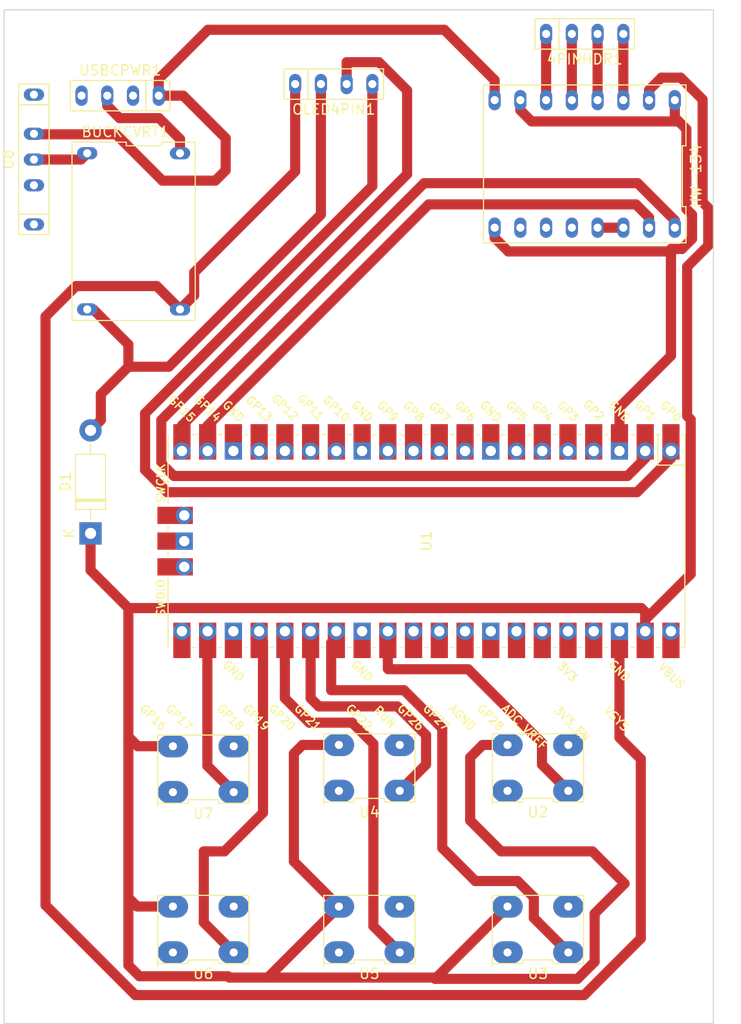
<source format=kicad_pcb>
(kicad_pcb (version 20221018) (generator pcbnew)
  (layers (0 "F.Cu" signal) (31 "B.Cu" signal) (34 "B.Paste" user) (35 "F.Paste" user) (36 "B.SilkS" user "B.Silkscreen") (37 "F.SilkS" user "F.Silkscreen") (38 "B.Mask" user) (39 "F.Mask" user) (44 "Edge.Cuts" user))
  (net 0 "")
  (net 1 "Net-(HW-134-1B)")
  (net 2 "Net-(HW-134-1A)")
  (net 3 "Net-(HW-134-2A)")
  (net 4 "Net-(HW-134-2B)")
  (net 5 "Net-(BUCKCVRT1-VIN)")
  (net 6 "Net-(HW-134-DIRECTION)")
  (net 7 "Net-(BUCKCVRT1-VOUT)")
  (net 9 "Net-(HW-134-STEP)")
  (net 10 "Net-(HW-134-RESET)")
  (net 13 "Net-(OLED4PIN1-SCK)")
  (net 14 "Net-(OLED4PIN1-SDA)")
  (net 17 "Net-(HW-134-ENABLE)")
  (net 34 "Net-(U1-GPIO22)")
  (net 36 "Net-(U1-GPIO21)")
  (net 37 "Net-(U1-GPIO20)")
  (net 38 "Net-(U1-GPIO19)")
  (net 39 "Net-(U1-GPIO18)")
  (net 41 "Net-(U1-GPIO17)")
  (net 54 "Net-(BUCKCVRT1-GND-Pad4)")
  (net 68 "Net-(HW-134-VMOT)")
  (footprint "Diode_THT:D_DO-41_SOD81_P10.16mm_Horizontal" (layer "F.Cu") (at 57.023 91.44 90)
    (fp_text reference "D1" (at 5.08 -2.47 90) (layer "F.SilkS"))
    (fp_text value "1N5817")
    (fp_text user "K" (at 0 -2.1 90) (layer "F.SilkS"))
    (pad "1" thru_hole rect (at 0 0 90) (size 2.2 2.2) (drill 1.1) (layers "*.Cu" "*.Mask") (net 7 "Net-(BUCKCVRT1-VOUT)"))
    (pad "2" thru_hole oval (at 10.16 0 90) (size 2.2 2.2) (drill 1.1) (layers "*.Cu" "*.Mask") (net 7 "Net-(BUCKCVRT1-VOUT)"))
  )
  (footprint "Footprints:BUCKCONVERTER" (layer "F.Cu") (at 60.452 61.341 -90)
    (fp_text reference "BUCKCVRT1" (at -9.5 0) (layer "F.SilkS"))
    (fp_text value "~")
    (pad "1" thru_hole oval (at -7.4 3.76 270) (size 1.2 2) (drill 0.8) (layers "*.Cu" "*.Mask") (net 5 "Net-(BUCKCVRT1-VIN)"))
    (pad "2" thru_hole oval (at 8 3.76 270) (size 1.2 2) (drill 0.8) (layers "*.Cu" "*.Mask") (net 7 "Net-(BUCKCVRT1-VOUT)"))
    (pad "3" thru_hole oval (at 8 -5.4 270) (size 1.2 2) (drill 0.8) (layers "*.Cu" "*.Mask") (net 17 "Net-(HW-134-ENABLE)"))
    (pad "4" thru_hole oval (at -7.4 -5.4 270) (size 1.2 2) (drill 0.8) (layers "*.Cu" "*.Mask") (net 54 "Net-(BUCKCVRT1-GND-Pad4)"))
  )
  (footprint "Footprints:OLED 4 Pin" (layer "F.Cu") (at 81.026 47.117)
    (fp_text reference "OLED4PIN1" (at 0 2.5) (layer "F.SilkS"))
    (fp_text value "~")
    (pad "1" thru_hole oval (at -3.81 0) (size 1.2 2) (drill 0.8) (layers "*.Cu" "*.Mask") (net 17 "Net-(HW-134-ENABLE)"))
    (pad "2" thru_hole oval (at -1.27 0) (size 1.2 2) (drill 0.8) (layers "*.Cu" "*.Mask") (net 7 "Net-(BUCKCVRT1-VOUT)"))
    (pad "3" thru_hole oval (at 1.27 0) (size 1.2 2) (drill 0.8) (layers "*.Cu" "*.Mask") (net 13 "Net-(OLED4PIN1-SCK)"))
    (pad "4" thru_hole oval (at 3.81 0) (size 1.2 2) (drill 0.8) (layers "*.Cu" "*.Mask") (net 14 "Net-(OLED4PIN1-SDA)"))
  )
  (footprint "Footprints:USBC" (layer "F.Cu") (at 59.944 48.26 180)
    (fp_text reference "USBCPWR1" (at 0 2.5) (layer "F.SilkS"))
    (fp_text value "~")
    (pad "1" thru_hole oval (at -3.81 0 180) (size 1.2 2) (drill 0.8) (layers "*.Cu" "*.Mask") (net 68 "Net-(HW-134-VMOT)"))
    (pad "2" thru_hole oval (at -1.27 0 180) (size 1.2 2) (drill 0.8) (layers "*.Cu" "*.Mask"))
    (pad "3" thru_hole oval (at 1.27 0 180) (size 1.2 2) (drill 0.8) (layers "*.Cu" "*.Mask") (net 54 "Net-(BUCKCVRT1-GND-Pad4)"))
    (pad "4" thru_hole oval (at 3.81 0 180) (size 1.2 2) (drill 0.8) (layers "*.Cu" "*.Mask"))
  )
  (footprint "Footprints:6x6x5 BTN TH" (layer "F.Cu") (at 84.534 130.8295 90)
    (fp_text reference "U5" (at -4.05 0) (layer "F.SilkS"))
    (fp_text value "~")
    (pad "1" thru_hole oval (at -1.95 3 90) (size 2.2 3) (drill 0.8) (layers "*.Cu" "*.Mask") (net 38 "Net-(U1-GPIO19)"))
    (pad "2" thru_hole oval (at 2.583 3 90) (size 2.2 3) (drill 0.8) (layers "*.Cu" "*.Mask"))
    (pad "3" thru_hole oval (at 2.583 -3 90) (size 2.2 3) (drill 0.8) (layers "*.Cu" "*.Mask") (net 7 "Net-(BUCKCVRT1-VOUT)"))
    (pad "4" thru_hole oval (at -1.95 -3 90) (size 2.2 3) (drill 0.8) (layers "*.Cu" "*.Mask"))
  )
  (footprint "Footprints:6x6x5 BTN TH" (layer "F.Cu") (at 84.534 114.89 90)
    (fp_text reference "U4" (at -4.05 0) (layer "F.SilkS"))
    (fp_text value "~")
    (pad "1" thru_hole oval (at -1.95 3 90) (size 2.2 3) (drill 0.8) (layers "*.Cu" "*.Mask") (net 37 "Net-(U1-GPIO20)") (clearance 0.1))
    (pad "2" thru_hole oval (at 2.583 3 90) (size 2.2 3) (drill 0.8) (layers "*.Cu" "*.Mask") (clearance 0.5))
    (pad "3" thru_hole oval (at 2.583 -3 90) (size 2.2 3) (drill 0.8) (layers "*.Cu" "*.Mask") (net 7 "Net-(BUCKCVRT1-VOUT)"))
    (pad "4" thru_hole oval (at -1.95 -3 90) (size 2.2 3) (drill 0.8) (layers "*.Cu" "*.Mask"))
  )
  (footprint "MCU_RaspberryPi_and_Boards:RPi_Pico_SMD_TH" (layer "F.Cu") (at 90.17 92.202 -90)
    (fp_text reference "U1" (at 0 0 90) (layer "F.SilkS"))
    (fp_text value "Pico")
    (fp_text user "AGND" (at 17.3915 -3.517 135) (layer "F.SilkS") (effects (font (size 0.8 0.8))))
    (fp_text user "RUN" (at 17.3375 4.103 135) (layer "F.SilkS") (effects (font (size 0.8 0.8))))
    (fp_text user "GP7" (at -12.7 -1.3 135) (layer "F.SilkS") (effects (font (size 0.8 0.8))))
    (fp_text user "GP11" (at -13.2 11.43 135) (layer "F.SilkS") (effects (font (size 0.8 0.8))))
    (fp_text user "3V3_EN" (at 18.0375 -14.367 135) (layer "F.SilkS") (effects (font (size 0.8 0.8))))
    (fp_text user "GP17" (at 17.3915 24.423 135) (layer "F.SilkS") (effects (font (size 0.8 0.8))))
    (fp_text user "GP18" (at 17.3915 19.343 135) (layer "F.SilkS") (effects (font (size 0.8 0.8))))
    (fp_text user "GP21" (at 17.3915 11.733 135) (layer "F.SilkS") (effects (font (size 0.8 0.8))))
    (fp_text user "GP1" (at -12.9 -21.6 135) (layer "F.SilkS") (effects (font (size 0.8 0.8))))
    (fp_text user "GP12" (at -13.2 13.97 135) (layer "F.SilkS") (effects (font (size 0.8 0.8))))
    (fp_text user "GND" (at -12.8 19.05 135) (layer "F.SilkS") (effects (font (size 0.8 0.8))))
    (fp_text user "GP9" (at -12.8 3.81 135) (layer "F.SilkS") (effects (font (size 0.8 0.8))))
    (fp_text user "VBUS" (at 13.3 -24.2 135) (layer "F.SilkS") (effects (font (size 0.8 0.8))))
    (fp_text user "GP10" (at -13.054 8.89 135) (layer "F.SilkS") (effects (font (size 0.8 0.8))))
    (fp_text user "GP28" (at 17.3915 -6.311 135) (layer "F.SilkS") (effects (font (size 0.8 0.8))))
    (fp_text user "SWDIO" (at 5.6 26.2 90) (layer "F.SilkS") (effects (font (size 0.8 0.8))))
    (fp_text user "GND" (at -12.8 6.35 135) (layer "F.SilkS") (effects (font (size 0.8 0.8))))
    (fp_text user "GP3" (at -12.8 -13.97 135) (layer "F.SilkS") (effects (font (size 0.8 0.8))))
    (fp_text user "GND" (at 12.8 -19.05 135) (layer "F.SilkS") (effects (font (size 0.8 0.8))))
    (fp_text user "3V3" (at 12.9 -13.9 135) (layer "F.SilkS") (effects (font (size 0.8 0.8))))
    (fp_text user "GP13" (at -13.054 16.51 135) (layer "F.SilkS") (effects (font (size 0.8 0.8))))
    (fp_text user "GP19" (at 17.3915 16.803 135) (layer "F.SilkS") (effects (font (size 0.8 0.8))))
    (fp_text user "GP0" (at -12.8 -24.13 135) (layer "F.SilkS") (effects (font (size 0.8 0.8))))
    (fp_text user "VSYS" (at 17.5375 -18.757 135) (layer "F.SilkS") (effects (font (size 0.8 0.8))))
    (fp_text user "GP6" (at -12.8 -3.81 135) (layer "F.SilkS") (effects (font (size 0.8 0.8))))
    (fp_text user "GP26" (at 17.3915 1.563 135) (layer "F.SilkS") (effects (font (size 0.8 0.8))))
    (fp_text user "GND" (at 12.8 19.05 135) (layer "F.SilkS") (effects (font (size 0.8 0.8))))
    (fp_text user "GP5" (at -12.8 -8.89 135) (layer "F.SilkS") (effects (font (size 0.8 0.8))))
    (fp_text user "ADC_VREF" (at 18.3375 -9.667 135) (layer "F.SilkS") (effects (font (size 0.8 0.8))))
    (fp_text user "SWCLK" (at -5.7 26.2 90) (layer "F.SilkS") (effects (font (size 0.8 0.8))))
    (fp_text user "GP16" (at 17.3915 26.963 135) (layer "F.SilkS") (effects (font (size 0.8 0.8))))
    (fp_text user "GND" (at -12.8 -19.05 135) (layer "F.SilkS") (effects (font (size 0.8 0.8))))
    (fp_text user "GP4" (at -12.8 -11.43 135) (layer "F.SilkS") (effects (font (size 0.8 0.8))))
    (fp_text user "GP22" (at 17.3915 6.643 135) (layer "F.SilkS") (effects (font (size 0.8 0.8))))
    (fp_text user "GP15" (at -13.054 24.13 135) (layer "F.SilkS") (effects (font (size 0.8 0.8))))
    (fp_text user "GND" (at -12.8 -6.35 135) (layer "F.SilkS") (effects (font (size 0.8 0.8))))
    (fp_text user "GP8" (at -12.8 1.27 135) (layer "F.SilkS") (effects (font (size 0.8 0.8))))
    (fp_text user "GP20" (at 17.3915 14.263 135) (layer "F.SilkS") (effects (font (size 0.8 0.8))))
    (fp_text user "GP2" (at -12.9 -16.51 135) (layer "F.SilkS") (effects (font (size 0.8 0.8))))
    (fp_text user "GND" (at 12.8 6.35 135) (layer "F.SilkS") (effects (font (size 0.8 0.8))))
    (fp_text user "GP27" (at 17.3915 -0.967 135) (layer "F.SilkS") (effects (font (size 0.8 0.8))))
    (fp_text user "GP14" (at -13.1 21.59 135) (layer "F.SilkS") (effects (font (size 0.8 0.8))))
    (pad "" np_thru_hole oval (at -2.725 -24 270) (size 1.8 1.8) (drill 1.8) (layers "*.Cu" "*.Mask"))
    (pad "" np_thru_hole oval (at -2.425 -20.97 270) (size 1.5 1.5) (drill 1.5) (layers "*.Cu" "*.Mask"))
    (pad "" np_thru_hole oval (at 2.425 -20.97 270) (size 1.5 1.5) (drill 1.5) (layers "*.Cu" "*.Mask"))
    (pad "" np_thru_hole oval (at 2.725 -24 270) (size 1.8 1.8) (drill 1.8) (layers "*.Cu" "*.Mask"))
    (pad "1" thru_hole oval (at -8.89 -24.13 270) (size 1.7 1.7) (drill 1.02) (layers "*.Cu" "*.Mask") (net 14 "Net-(OLED4PIN1-SDA)"))
    (pad "1" smd rect (at -8.89 -24.13 270) (size 3.5 1.7) (drill (offset -0.9 0)) (layers "F.Cu" "F.Mask") (net 14 "Net-(OLED4PIN1-SDA)"))
    (pad "2" thru_hole oval (at -8.89 -21.59 270) (size 1.7 1.7) (drill 1.02) (layers "*.Cu" "*.Mask") (net 13 "Net-(OLED4PIN1-SCK)"))
    (pad "2" smd rect (at -8.89 -21.59 270) (size 3.5 1.7) (drill (offset -0.9 0)) (layers "F.Cu" "F.Mask") (net 13 "Net-(OLED4PIN1-SCK)"))
    (pad "3" thru_hole rect (at -8.89 -19.05 270) (size 1.7 1.7) (drill 1.02) (layers "*.Cu" "*.Mask") (net 17 "Net-(HW-134-ENABLE)"))
    (pad "3" smd rect (at -8.89 -19.05 270) (size 3.5 1.7) (drill (offset -0.9 0)) (layers "F.Cu" "F.Mask") (net 17 "Net-(HW-134-ENABLE)"))
    (pad "4" thru_hole oval (at -8.89 -16.51 270) (size 1.7 1.7) (drill 1.02) (layers "*.Cu" "*.Mask"))
    (pad "4" smd rect (at -8.89 -16.51 270) (size 3.5 1.7) (drill (offset -0.9 0)) (layers "F.Cu" "F.Mask"))
    (pad "5" thru_hole oval (at -8.89 -13.97 270) (size 1.7 1.7) (drill 1.02) (layers "*.Cu" "*.Mask"))
    (pad "5" smd rect (at -8.89 -13.97 270) (size 3.5 1.7) (drill (offset -0.9 0)) (layers "F.Cu" "F.Mask"))
    (pad "6" thru_hole oval (at -8.89 -11.43 270) (size 1.7 1.7) (drill 1.02) (layers "*.Cu" "*.Mask"))
    (pad "6" smd rect (at -8.89 -11.43 270) (size 3.5 1.7) (drill (offset -0.9 0)) (layers "F.Cu" "F.Mask"))
    (pad "7" thru_hole oval (at -8.89 -8.89 270) (size 1.7 1.7) (drill 1.02) (layers "*.Cu" "*.Mask"))
    (pad "7" smd rect (at -8.89 -8.89 270) (size 3.5 1.7) (drill (offset -0.9 0)) (layers "F.Cu" "F.Mask"))
    (pad "8" thru_hole rect (at -8.89 -6.35 270) (size 1.7 1.7) (drill 1.02) (layers "*.Cu" "*.Mask"))
    (pad "8" smd rect (at -8.89 -6.35 270) (size 3.5 1.7) (drill (offset -0.9 0)) (layers "F.Cu" "F.Mask"))
    (pad "9" thru_hole oval (at -8.89 -3.81 270) (size 1.7 1.7) (drill 1.02) (layers "*.Cu" "*.Mask"))
    (pad "9" smd rect (at -8.89 -3.81 270) (size 3.5 1.7) (drill (offset -0.9 0)) (layers "F.Cu" "F.Mask"))
    (pad "10" thru_hole oval (at -8.89 -1.27 270) (size 1.7 1.7) (drill 1.02) (layers "*.Cu" "*.Mask"))
    (pad "10" smd rect (at -8.89 -1.27 270) (size 3.5 1.7) (drill (offset -0.9 0)) (layers "F.Cu" "F.Mask"))
    (pad "11" thru_hole oval (at -8.89 1.27 270) (size 1.7 1.7) (drill 1.02) (layers "*.Cu" "*.Mask"))
    (pad "11" smd rect (at -8.89 1.27 270) (size 3.5 1.7) (drill (offset -0.9 0)) (layers "F.Cu" "F.Mask"))
    (pad "12" thru_hole oval (at -8.89 3.81 270) (size 1.7 1.7) (drill 1.02) (layers "*.Cu" "*.Mask"))
    (pad "12" smd rect (at -8.89 3.81 270) (size 3.5 1.7) (drill (offset -0.9 0)) (layers "F.Cu" "F.Mask"))
    (pad "13" thru_hole rect (at -8.89 6.35 270) (size 1.7 1.7) (drill 1.02) (layers "*.Cu" "*.Mask"))
    (pad "13" smd rect (at -8.89 6.35 270) (size 3.5 1.7) (drill (offset -0.9 0)) (layers "F.Cu" "F.Mask"))
    (pad "14" thru_hole oval (at -8.89 8.89 270) (size 1.7 1.7) (drill 1.02) (layers "*.Cu" "*.Mask"))
    (pad "14" smd rect (at -8.89 8.89 270) (size 3.5 1.7) (drill (offset -0.9 0)) (layers "F.Cu" "F.Mask"))
    (pad "15" thru_hole oval (at -8.89 11.43 270) (size 1.7 1.7) (drill 1.02) (layers "*.Cu" "*.Mask"))
    (pad "15" smd rect (at -8.89 11.43 270) (size 3.5 1.7) (drill (offset -0.9 0)) (layers "F.Cu" "F.Mask"))
    (pad "16" thru_hole oval (at -8.89 13.97 270) (size 1.7 1.7) (drill 1.02) (layers "*.Cu" "*.Mask"))
    (pad "16" smd rect (at -8.89 13.97 270) (size 3.5 1.7) (drill (offset -0.9 0)) (layers "F.Cu" "F.Mask"))
    (pad "17" thru_hole oval (at -8.89 16.51 270) (size 1.7 1.7) (drill 1.02) (layers "*.Cu" "*.Mask"))
    (pad "17" smd rect (at -8.89 16.51 270) (size 3.5 1.7) (drill (offset -0.9 0)) (layers "F.Cu" "F.Mask"))
    (pad "18" thru_hole rect (at -8.89 19.05 270) (size 1.7 1.7) (drill 1.02) (layers "*.Cu" "*.Mask"))
    (pad "18" smd rect (at -8.89 19.05 270) (size 3.5 1.7) (drill (offset -0.9 0)) (layers "F.Cu" "F.Mask"))
    (pad "19" thru_hole oval (at -8.89 21.59 270) (size 1.7 1.7) (drill 1.02) (layers "*.Cu" "*.Mask") (net 9 "Net-(HW-134-STEP)"))
    (pad "19" smd rect (at -8.89 21.59 270) (size 3.5 1.7) (drill (offset -0.9 0)) (layers "F.Cu" "F.Mask") (net 9 "Net-(HW-134-STEP)"))
    (pad "20" thru_hole oval (at -8.89 24.13 270) (size 1.7 1.7) (drill 1.02) (layers "*.Cu" "*.Mask") (net 6 "Net-(HW-134-DIRECTION)"))
    (pad "20" smd rect (at -8.89 24.13 270) (size 3.5 1.7) (drill (offset -0.9 0)) (layers "F.Cu" "F.Mask") (net 6 "Net-(HW-134-DIRECTION)"))
    (pad "21" thru_hole oval (at 8.89 24.13 270) (size 1.7 1.7) (drill 1.02) (layers "*.Cu" "*.Mask"))
    (pad "21" smd rect (at 8.89 24.13 270) (size 3.5 1.7) (drill (offset 0.9 0)) (layers "F.Cu" "F.Mask"))
    (pad "22" thru_hole oval (at 8.89 21.59 270) (size 1.7 1.7) (drill 1.02) (layers "*.Cu" "*.Mask") (net 41 "Net-(U1-GPIO17)"))
    (pad "22" smd rect (at 8.89 21.59 270) (size 3.5 1.7) (drill (offset 0.9 0)) (layers "F.Cu" "F.Mask") (net 41 "Net-(U1-GPIO17)"))
    (pad "23" thru_hole rect (at 8.89 19.05 270) (size 1.7 1.7) (drill 1.02) (layers "*.Cu" "*.Mask"))
    (pad "23" smd rect (at 8.89 19.05 270) (size 3.5 1.7) (drill (offset 0.9 0)) (layers "F.Cu" "F.Mask"))
    (pad "24" thru_hole oval (at 8.89 16.51 270) (size 1.7 1.7) (drill 1.02) (layers "*.Cu" "*.Mask") (net 39 "Net-(U1-GPIO18)"))
    (pad "24" smd rect (at 8.89 16.51 270) (size 3.5 1.7) (drill (offset 0.9 0)) (layers "F.Cu" "F.Mask") (net 39 "Net-(U1-GPIO18)"))
    (pad "25" thru_hole oval (at 8.89 13.97 270) (size 1.7 1.7) (drill 1.02) (layers "*.Cu" "*.Mask") (net 38 "Net-(U1-GPIO19)"))
    (pad "25" smd rect (at 8.89 13.97 270) (size 3.5 1.7) (drill (offset 0.9 0)) (layers "F.Cu" "F.Mask") (net 38 "Net-(U1-GPIO19)"))
    (pad "26" thru_hole oval (at 8.89 11.43 270) (size 1.7 1.7) (drill 1.02) (layers "*.Cu" "*.Mask") (net 37 "Net-(U1-GPIO20)"))
    (pad "26" smd rect (at 8.89 11.43 270) (size 3.5 1.7) (drill (offset 0.9 0)) (layers "F.Cu" "F.Mask") (net 37 "Net-(U1-GPIO20)"))
    (pad "27" thru_hole oval (at 8.89 8.89 270) (size 1.7 1.7) (drill 1.02) (layers "*.Cu" "*.Mask") (net 36 "Net-(U1-GPIO21)"))
    (pad "27" smd rect (at 8.89 8.89 270) (size 3.5 1.7) (drill (offset 0.9 0)) (layers "F.Cu" "F.Mask") (net 36 "Net-(U1-GPIO21)"))
    (pad "28" thru_hole rect (at 8.89 6.35 270) (size 1.7 1.7) (drill 1.02) (layers "*.Cu" "*.Mask"))
    (pad "28" smd rect (at 8.89 6.35 270) (size 3.5 1.7) (drill (offset 0.9 0)) (layers "F.Cu" "F.Mask"))
    (pad "29" thru_hole oval (at 8.89 3.81 270) (size 1.7 1.7) (drill 1.02) (layers "*.Cu" "*.Mask") (net 34 "Net-(U1-GPIO22)"))
    (pad "29" smd rect (at 8.89 3.81 270) (size 3.5 1.7) (drill (offset 0.9 0)) (layers "F.Cu" "F.Mask") (net 34 "Net-(U1-GPIO22)"))
    (pad "30" thru_hole oval (at 8.89 1.27 270) (size 1.7 1.7) (drill 1.02) (layers "*.Cu" "*.Mask"))
    (pad "30" smd rect (at 8.89 1.27 270) (size 3.5 1.7) (drill (offset 0.9 0)) (layers "F.Cu" "F.Mask"))
    (pad "31" thru_hole oval (at 8.89 -1.27 270) (size 1.7 1.7) (drill 1.02) (layers "*.Cu" "*.Mask"))
    (pad "31" smd rect (at 8.89 -1.27 270) (size 3.5 1.7) (drill (offset 0.9 0)) (layers "F.Cu" "F.Mask"))
    (pad "32" thru_hole oval (at 8.89 -3.81 270) (size 1.7 1.7) (drill 1.02) (layers "*.Cu" "*.Mask"))
    (pad "32" smd rect (at 8.89 -3.81 270) (size 3.5 1.7) (drill (offset 0.9 0)) (layers "F.Cu" "F.Mask"))
    (pad "33" thru_hole rect (at 8.89 -6.35 270) (size 1.7 1.7) (drill 1.02) (layers "*.Cu" "*.Mask"))
    (pad "33" smd rect (at 8.89 -6.35 270) (size 3.5 1.7) (drill (offset 0.9 0)) (layers "F.Cu" "F.Mask"))
    (pad "34" thru_hole oval (at 8.89 -8.89 270) (size 1.7 1.7) (drill 1.02) (layers "*.Cu" "*.Mask"))
    (pad "34" smd rect (at 8.89 -8.89 270) (size 3.5 1.7) (drill (offset 0.9 0)) (layers "F.Cu" "F.Mask"))
    (pad "35" thru_hole oval (at 8.89 -11.43 270) (size 1.7 1.7) (drill 1.02) (layers "*.Cu" "*.Mask"))
    (pad "35" smd rect (at 8.89 -11.43 270) (size 3.5 1.7) (drill (offset 0.9 0)) (layers "F.Cu" "F.Mask"))
    (pad "36" thru_hole oval (at 8.89 -13.97 270) (size 1.7 1.7) (drill 1.02) (layers "*.Cu" "*.Mask"))
    (pad "36" smd rect (at 8.89 -13.97 270) (size 3.5 1.7) (drill (offset 0.9 0)) (layers "F.Cu" "F.Mask"))
    (pad "37" thru_hole oval (at 8.89 -16.51 270) (size 1.7 1.7) (drill 1.02) (layers "*.Cu" "*.Mask"))
    (pad "37" smd rect (at 8.89 -16.51 270) (size 3.5 1.7) (drill (offset 0.9 0)) (layers "F.Cu" "F.Mask"))
    (pad "38" thru_hole rect (at 8.89 -19.05 270) (size 1.7 1.7) (drill 1.02) (layers "*.Cu" "*.Mask") (net 17 "Net-(HW-134-ENABLE)"))
    (pad "38" smd rect (at 8.89 -19.05 270) (size 3.5 1.7) (drill (offset 0.9 0)) (layers "F.Cu" "F.Mask") (net 17 "Net-(HW-134-ENABLE)"))
    (pad "39" thru_hole oval (at 8.89 -21.59 270) (size 1.7 1.7) (drill 1.02) (layers "*.Cu" "*.Mask") (net 7 "Net-(BUCKCVRT1-VOUT)"))
    (pad "39" smd rect (at 8.89 -21.59 270) (size 3.5 1.7) (drill (offset 0.9 0)) (layers "F.Cu" "F.Mask") (net 7 "Net-(BUCKCVRT1-VOUT)"))
    (pad "40" thru_hole oval (at 8.89 -24.13 270) (size 1.7 1.7) (drill 1.02) (layers "*.Cu" "*.Mask"))
    (pad "40" smd rect (at 8.89 -24.13 270) (size 3.5 1.7) (drill (offset 0.9 0)) (layers "F.Cu" "F.Mask"))
    (pad "41" thru_hole oval (at -2.54 23.9 270) (size 1.7 1.7) (drill 1.02) (layers "*.Cu" "*.Mask"))
    (pad "41" smd rect (at -2.54 23.9) (size 3.5 1.7) (drill (offset -0.9 0)) (layers "F.Cu" "F.Mask"))
    (pad "42" thru_hole rect (at 0 23.9 270) (size 1.7 1.7) (drill 1.02) (layers "*.Cu" "*.Mask"))
    (pad "42" smd rect (at 0 23.9) (size 3.5 1.7) (drill (offset -0.9 0)) (layers "F.Cu" "F.Mask"))
    (pad "43" thru_hole oval (at 2.54 23.9 270) (size 1.7 1.7) (drill 1.02) (layers "*.Cu" "*.Mask"))
    (pad "43" smd rect (at 2.54 23.9) (size 3.5 1.7) (drill (offset -0.9 0)) (layers "F.Cu" "F.Mask"))
  )
  (footprint "Footprints:6x6x5 BTN TH" (layer "F.Cu") (at 68.151 130.8295 90)
    (fp_text reference "U6" (at -4.05 0) (layer "F.SilkS"))
    (fp_text value "~")
    (pad "1" thru_hole oval (at -1.95 3 90) (size 2.2 3) (drill 0.8) (layers "*.Cu" "*.Mask") (net 39 "Net-(U1-GPIO18)"))
    (pad "2" thru_hole oval (at 2.583 3 90) (size 2.2 3) (drill 0.8) (layers "*.Cu" "*.Mask"))
    (pad "3" thru_hole oval (at 2.583 -3 90) (size 2.2 3) (drill 0.8) (layers "*.Cu" "*.Mask") (net 7 "Net-(BUCKCVRT1-VOUT)"))
    (pad "4" thru_hole oval (at -1.95 -3 90) (size 2.2 3) (drill 0.8) (layers "*.Cu" "*.Mask"))
  )
  (footprint "Footprints:HW-134" (layer "F.Cu") (at 105.791 56.201 180)
    (fp_text reference "HW-134" (at -10.99 0 90) (layer "F.SilkS"))
    (fp_text value "~")
    (pad "1" thru_hole oval (at -8.89 7.5 180) (size 1.2 2) (drill 0.8) (layers "*.Cu" "*.Mask") (net 17 "Net-(HW-134-ENABLE)"))
    (pad "2" thru_hole oval (at -6.35 7.5 180) (size 1.2 2) (drill 0.8) (layers "*.Cu" "*.Mask") (net 7 "Net-(BUCKCVRT1-VOUT)"))
    (pad "3" thru_hole oval (at -3.81 7.5 180) (size 1.2 2) (drill 0.8) (layers "*.Cu" "*.Mask") (net 1 "Net-(HW-134-1B)"))
    (pad "4" thru_hole oval (at -1.27 7.5 180) (size 1.2 2) (drill 0.8) (layers "*.Cu" "*.Mask") (net 2 "Net-(HW-134-1A)"))
    (pad "5" thru_hole oval (at 1.27 7.5 180) (size 1.2 2) (drill 0.8) (layers "*.Cu" "*.Mask") (net 3 "Net-(HW-134-2A)"))
    (pad "6" thru_hole oval (at 3.81 7.5 180) (size 1.2 2) (drill 0.8) (layers "*.Cu" "*.Mask") (net 4 "Net-(HW-134-2B)"))
    (pad "7" thru_hole oval (at 6.35 7.5 180) (size 1.2 2) (drill 0.8) (layers "*.Cu" "*.Mask") (net 17 "Net-(HW-134-ENABLE)"))
    (pad "8" thru_hole oval (at 8.89 7.5 180) (size 1.2 2) (drill 0.8) (layers "*.Cu" "*.Mask") (net 68 "Net-(HW-134-VMOT)"))
    (pad "9" thru_hole oval (at -8.89 -5.08 180) (size 1.2 2) (drill 0.8) (layers "*.Cu" "*.Mask") (net 6 "Net-(HW-134-DIRECTION)"))
    (pad "10" thru_hole oval (at -6.35 -5.08 180) (size 1.2 2) (drill 0.8) (layers "*.Cu" "*.Mask") (net 9 "Net-(HW-134-STEP)"))
    (pad "11" thru_hole oval (at -3.81 -5.08 180) (size 1.2 2) (drill 0.8) (layers "*.Cu" "*.Mask") (net 10 "Net-(HW-134-RESET)"))
    (pad "12" thru_hole oval (at -1.27 -5.08 180) (size 1.2 2) (drill 0.8) (layers "*.Cu" "*.Mask") (net 10 "Net-(HW-134-RESET)"))
    (pad "13" thru_hole oval (at 1.27 -5.08 180) (size 1.2 2) (drill 0.8) (layers "*.Cu" "*.Mask"))
    (pad "14" thru_hole oval (at 3.81 -5.08 180) (size 1.2 2) (drill 0.8) (layers "*.Cu" "*.Mask"))
    (pad "15" thru_hole oval (at 6.35 -5.08 180) (size 1.2 2) (drill 0.8) (layers "*.Cu" "*.Mask"))
    (pad "16" thru_hole oval (at 8.89 -5.08 180) (size 1.2 2) (drill 0.8) (layers "*.Cu" "*.Mask") (net 17 "Net-(HW-134-ENABLE)"))
  )
  (footprint "Footprints:6x6x5 BTN TH" (layer "F.Cu") (at 68.151 115.017 90)
    (fp_text reference "U7" (at -4.05 0) (layer "F.SilkS"))
    (fp_text value "~")
    (pad "1" thru_hole oval (at -1.95 3 90) (size 2.2 3) (drill 0.8) (layers "*.Cu" "*.Mask") (net 41 "Net-(U1-GPIO17)"))
    (pad "2" thru_hole oval (at 2.583 3 90) (size 2.2 3) (drill 0.8) (layers "*.Cu" "*.Mask"))
    (pad "3" thru_hole oval (at 2.583 -3 90) (size 2.2 3) (drill 0.8) (layers "*.Cu" "*.Mask") (net 7 "Net-(BUCKCVRT1-VOUT)"))
    (pad "4" thru_hole oval (at -1.95 -3 90) (size 2.2 3) (drill 0.8) (layers "*.Cu" "*.Mask"))
  )
  (footprint "Footprints:6x6x5 BTN TH" (layer "F.Cu") (at 101.171 130.8295 90)
    (fp_text reference "U3" (at -4.05 0) (layer "F.SilkS"))
    (fp_text value "~")
    (pad "1" thru_hole oval (at -1.95 3 90) (size 2.2 3) (drill 0.8) (layers "*.Cu" "*.Mask") (net 36 "Net-(U1-GPIO21)"))
    (pad "2" thru_hole oval (at 2.583 3 90) (size 2.2 3) (drill 0.8) (layers "*.Cu" "*.Mask"))
    (pad "3" thru_hole oval (at 2.583 -3 90) (size 2.2 3) (drill 0.8) (layers "*.Cu" "*.Mask") (net 7 "Net-(BUCKCVRT1-VOUT)"))
    (pad "4" thru_hole oval (at -1.95 -3 90) (size 2.2 3) (drill 0.8) (layers "*.Cu" "*.Mask"))
  )
  (footprint "Footprints:6x6x5 BTN TH" (layer "F.Cu") (at 101.171 114.89 90)
    (fp_text reference "U2" (at -4.05 0) (layer "F.SilkS"))
    (fp_text value "~")
    (pad "1" thru_hole oval (at -1.95 3 90) (size 2.2 3) (drill 0.8) (layers "*.Cu" "*.Mask") (net 34 "Net-(U1-GPIO22)"))
    (pad "2" thru_hole oval (at 2.583 3 90) (size 2.2 3) (drill 0.8) (layers "*.Cu" "*.Mask"))
    (pad "3" thru_hole oval (at 2.583 -3 90) (size 2.2 3) (drill 0.8) (layers "*.Cu" "*.Mask") (net 7 "Net-(BUCKCVRT1-VOUT)"))
    (pad "4" thru_hole oval (at -1.95 -3 90) (size 2.2 3) (drill 0.8) (layers "*.Cu" "*.Mask"))
  )
  (footprint "Footprints:SIP-4" (layer "F.Cu") (at 105.791 42.171)
    (fp_text reference "4PINHDR1" (at 0 2.5) (layer "F.SilkS"))
    (fp_text value "~")
    (pad "1" thru_hole oval (at -3.81 0) (size 1.2 2) (drill 0.8) (layers "*.Cu" "*.Mask") (net 4 "Net-(HW-134-2B)"))
    (pad "2" thru_hole oval (at -1.27 0) (size 1.2 2) (drill 0.8) (layers "*.Cu" "*.Mask") (net 3 "Net-(HW-134-2A)"))
    (pad "3" thru_hole oval (at 1.27 0) (size 1.2 2) (drill 0.8) (layers "*.Cu" "*.Mask") (net 2 "Net-(HW-134-1A)"))
    (pad "4" thru_hole oval (at 3.81 0) (size 1.2 2) (drill 0.8) (layers "*.Cu" "*.Mask") (net 1 "Net-(HW-134-1B)"))
  )
  (footprint "Footprints:Switch" (layer "F.Cu") (at 51.435 54.56 -90)
    (fp_text reference "U8" (at 0 2.5 90) (layer "F.SilkS"))
    (fp_text value "~")
    (pad "1" thru_hole oval (at -6.4 0 270) (size 1.2 2) (drill 0.8) (layers "*.Cu" "*.Mask"))
    (pad "2" thru_hole oval (at -2.54 0 270) (size 1.2 2) (drill 0.8) (layers "*.Cu" "*.Mask") (net 68 "Net-(HW-134-VMOT)"))
    (pad "3" thru_hole oval (at 0 0 270) (size 1.2 2) (drill 0.8) (layers "*.Cu" "*.Mask") (net 5 "Net-(BUCKCVRT1-VIN)"))
    (pad "4" thru_hole oval (at 2.54 0 270) (size 1.2 2) (drill 0.8) (layers "*.Cu" "*.Mask"))
    (pad "5" thru_hole oval (at 6.4 0 270) (size 1.2 2) (drill 0.8) (layers "*.Cu" "*.Mask"))
  )
  (gr_rect (start 48.491 39.789) (end 118.491 139.789) (stroke (width 0.1)) (fill none) (layer "Edge.Cuts"))
  (segment (start 109.601 48.701) (end 109.601 42.171) (width 1) (layer "F.Cu") (net 1))
  (segment (start 107.061 48.701) (end 107.061 42.171) (width 1) (layer "F.Cu") (net 2))
  (segment (start 104.521 48.701) (end 104.521 42.171) (width 1) (layer "F.Cu") (net 3))
  (segment (start 101.981 48.701) (end 101.981 42.171) (width 1) (layer "F.Cu") (net 4))
  (segment (start 56.073 54.56) (end 56.692 53.941) (width 1) (layer "F.Cu") (net 5))
  (segment (start 51.435 54.56) (end 56.073 54.56) (width 1) (layer "F.Cu") (net 5))
  (segment (start 66.04 80.796364) (end 89.940364 56.896) (width 1) (layer "F.Cu") (net 6))
  (segment (start 114.681 60.558258) (end 114.681 61.281) (width 1) (layer "F.Cu") (net 6))
  (segment (start 111.018742 56.896) (end 114.681 60.558258) (width 1) (layer "F.Cu") (net 6))
  (segment (start 66.04 83.312) (end 66.04 80.796364) (width 1) (layer "F.Cu") (net 6))
  (segment (start 89.940364 56.896) (end 111.018742 56.896) (width 1) (layer "F.Cu") (net 6))
  (segment (start 70.7155 135.255) (end 70.5885 135.128) (width 1) (layer "F.Cu") (net 7))
  (segment (start 70.5885 135.128) (end 61.849 135.128) (width 1) (layer "F.Cu") (net 7))
  (segment (start 57.023 81.28) (end 58.039 80.264) (width 1) (layer "F.Cu") (net 7))
  (segment (start 60.757 111.506) (end 60.757 98.806) (width 1) (layer "F.Cu") (net 7))
  (segment (start 74.5255 135.255) (end 70.7155 135.255) (width 1) (layer "F.Cu") (net 7))
  (segment (start 117.981 63.047906) (end 117.981 59.332774) (width 1) (layer "F.Cu") (net 7))
  (segment (start 97.536 122.809) (end 106.553 122.809) (width 1) (layer "F.Cu") (net 7))
  (segment (start 61.6225 128.2465) (end 60.757 127.381) (width 1) (layer "F.Cu") (net 7))
  (segment (start 111.76 101.092) (end 111.76 99.949) (width 1) (layer "F.Cu") (net 7))
  (segment (start 116.25 95.459) (end 116.25 80.206364) (width 1) (layer "F.Cu") (net 7))
  (segment (start 106.769754 133.691576) (end 105.07933 135.382) (width 1) (layer "F.Cu") (net 7))
  (segment (start 79.756 59.990516) (end 79.756 47.117) (width 1) (layer "F.Cu") (net 7))
  (segment (start 91.0355 135.382) (end 90.9085 135.255) (width 1) (layer "F.Cu") (net 7))
  (segment (start 117.424 48.639836) (end 115.266164 46.482) (width 1) (layer "F.Cu") (net 7))
  (segment (start 81.534 128.2465) (end 74.5255 135.255) (width 1) (layer "F.Cu") (net 7))
  (segment (start 111.76 99.187) (end 111.76 99.949) (width 1) (layer "F.Cu") (net 7))
  (segment (start 115.9 65.128906) (end 117.981 63.047906) (width 1) (layer "F.Cu") (net 7))
  (segment (start 60.757 98.806) (end 111.379 98.806) (width 1) (layer "F.Cu") (net 7))
  (segment (start 60.757 75.000164) (end 60.757 72.806) (width 1) (layer "F.Cu") (net 7))
  (segment (start 60.757 134.036) (end 60.757 127.381) (width 1) (layer "F.Cu") (net 7))
  (segment (start 60.757 72.806) (end 57.292 69.341) (width 1) (layer "F.Cu") (net 7))
  (segment (start 64.746352 75.000164) (end 79.756 59.990516) (width 1) (layer "F.Cu") (net 7))
  (segment (start 61.685 112.434) (end 60.757 111.506) (width 1) (layer "F.Cu") (net 7))
  (segment (start 98.171 128.2465) (end 91.0355 135.382) (width 1) (layer "F.Cu") (net 7))
  (segment (start 106.553 122.809) (end 109.728 125.984) (width 1) (layer "F.Cu") (net 7))
  (segment (start 61.849 135.128) (end 60.757 134.036) (width 1) (layer "F.Cu") (net 7))
  (segment (start 60.757 75.000164) (end 64.746352 75.000164) (width 1) (layer "F.Cu") (net 7))
  (segment (start 115.266164 46.482) (end 113.36 46.482) (width 1) (layer "F.Cu") (net 7))
  (segment (start 60.757 98.806) (end 57.023 95.072) (width 1) (layer "F.Cu") (net 7))
  (segment (start 94.488 119.761) (end 97.536 122.809) (width 1) (layer "F.Cu") (net 7))
  (segment (start 77.089 123.8015) (end 81.534 128.2465) (width 1) (layer "F.Cu") (net 7))
  (segment (start 90.9085 135.255) (end 74.5255 135.255) (width 1) (layer "F.Cu") (net 7))
  (segment (start 65.151 112.434) (end 61.685 112.434) (width 1) (layer "F.Cu") (net 7))
  (segment (start 77.939 112.307) (end 77.089 113.157) (width 1) (layer "F.Cu") (net 7))
  (segment (start 58.039 77.718164) (end 60.757 75.000164) (width 1) (layer "F.Cu") (net 7))
  (segment (start 115.9 79.856364) (end 115.9 65.128906) (width 1) (layer "F.Cu") (net 7))
  (segment (start 95.719 112.307) (end 94.488 113.538) (width 1) (layer "F.Cu") (net 7))
  (segment (start 65.151 128.2465) (end 61.6225 128.2465) (width 1) (layer "F.Cu") (net 7))
  (segment (start 117.424 58.775774) (end 117.424 48.639836) (width 1) (layer "F.Cu") (net 7))
  (segment (start 111.76 99.949) (end 116.25 95.459) (width 1) (layer "F.Cu") (net 7))
  (segment (start 113.36 46.482) (end 112.141 47.701) (width 1) (layer "F.Cu") (net 7))
  (segment (start 98.171 112.307) (end 95.719 112.307) (width 1) (layer "F.Cu") (net 7))
  (segment (start 60.757 127.381) (end 60.757 111.506) (width 1) (layer "F.Cu") (net 7))
  (segment (start 111.379 98.806) (end 111.76 99.187) (width 1) (layer "F.Cu") (net 7))
  (segment (start 57.023 95.072) (end 57.023 91.44) (width 1) (layer "F.Cu") (net 7))
  (segment (start 116.25 80.206364) (end 115.9 79.856364) (width 1) (layer "F.Cu") (net 7))
  (segment (start 81.534 112.307) (end 77.939 112.307) (width 1) (layer "F.Cu") (net 7))
  (segment (start 58.039 80.264) (end 58.039 77.718164) (width 1) (layer "F.Cu") (net 7))
  (segment (start 105.07933 135.382) (end 91.0355 135.382) (width 1) (layer "F.Cu") (net 7))
  (segment (start 112.141 47.701) (end 112.141 48.701) (width 1) (layer "F.Cu") (net 7))
  (segment (start 57.292 69.341) (end 56.692 69.341) (width 1) (layer "F.Cu") (net 7))
  (segment (start 109.728 125.984) (end 106.769754 128.942246) (width 1) (layer "F.Cu") (net 7))
  (segment (start 106.769754 128.942246) (end 106.769754 133.691576) (width 1) (layer "F.Cu") (net 7))
  (segment (start 77.089 113.157) (end 77.089 123.8015) (width 1) (layer "F.Cu") (net 7))
  (segment (start 94.488 113.538) (end 94.488 119.761) (width 1) (layer "F.Cu") (net 7))
  (segment (start 117.981 59.332774) (end 117.424 58.775774) (width 1) (layer "F.Cu") (net 7))
  (segment (start 90.389364 58.987) (end 110.847 58.987) (width 1) (layer "F.Cu") (net 9))
  (segment (start 110.847 58.987) (end 112.141 60.281) (width 1) (layer "F.Cu") (net 9))
  (segment (start 68.58 83.312) (end 68.58 80.796364) (width 1) (layer "F.Cu") (net 9))
  (segment (start 112.141 60.281) (end 112.141 61.281) (width 1) (layer "F.Cu") (net 9))
  (segment (start 68.58 80.796364) (end 90.389364 58.987) (width 1) (layer "F.Cu") (net 9))
  (segment (start 109.601 61.281) (end 107.061 61.281) (width 1) (layer "F.Cu") (net 10))
  (segment (start 111.76 84.027636) (end 110.011636 85.776) (width 1) (layer "F.Cu") (net 13))
  (segment (start 88.265 47.741836) (end 85.481164 44.958) (width 1) (layer "F.Cu") (net 13))
  (segment (start 82.296 44.958) (end 82.296 47.117) (width 1) (layer "F.Cu") (net 13))
  (segment (start 65.248364 85.776) (end 64.008 84.535636) (width 1) (layer "F.Cu") (net 13))
  (segment (start 111.76 83.312) (end 111.76 84.027636) (width 1) (layer "F.Cu") (net 13))
  (segment (start 110.011636 85.776) (end 65.248364 85.776) (width 1) (layer "F.Cu") (net 13))
  (segment (start 64.008 80.264) (end 88.265 56.007) (width 1) (layer "F.Cu") (net 13))
  (segment (start 64.008 84.535636) (end 64.008 80.264) (width 1) (layer "F.Cu") (net 13))
  (segment (start 85.481164 44.958) (end 82.296 44.958) (width 1) (layer "F.Cu") (net 13))
  (segment (start 88.265 56.007) (end 88.265 47.741836) (width 1) (layer "F.Cu") (net 13))
  (segment (start 62.408 85.198378) (end 62.408 79.601258) (width 1) (layer "F.Cu") (net 14))
  (segment (start 64.585622 87.376) (end 62.408 85.198378) (width 1) (layer "F.Cu") (net 14))
  (segment (start 114.3 83.312) (end 114.3 84.027636) (width 1) (layer "F.Cu") (net 14))
  (segment (start 114.3 84.027636) (end 110.951636 87.376) (width 1) (layer "F.Cu") (net 14))
  (segment (start 62.408 79.601258) (end 84.836 57.173258) (width 1) (layer "F.Cu") (net 14))
  (segment (start 110.951636 87.376) (end 64.585622 87.376) (width 1) (layer "F.Cu") (net 14))
  (segment (start 84.836 57.173258) (end 84.836 47.117) (width 1) (layer "F.Cu") (net 14))
  (segment (start 109.22 111.58595) (end 111.328 113.69395) (width 1) (layer "F.Cu") (net 17))
  (segment (start 65.852 69.341) (end 67.252 67.941) (width 1) (layer "F.Cu") (net 17))
  (segment (start 116.381 62.385164) (end 115.385164 63.381) (width 1) (layer "F.Cu") (net 17))
  (segment (start 111.328 131.396072) (end 105.742072 136.982) (width 1) (layer "F.Cu") (net 17))
  (segment (start 96.901 62.281) (end 98.247 63.627) (width 1) (layer "F.Cu") (net 17))
  (segment (start 63.552 67.041) (end 65.852 69.341) (width 1) (layer "F.Cu") (net 17))
  (segment (start 115.824 51.562) (end 115.824 59.438516) (width 1) (layer "F.Cu") (net 17))
  (segment (start 99.441 49.701) (end 100.541 50.801) (width 1) (layer "F.Cu") (net 17))
  (segment (start 116.381 59.995516) (end 116.381 62.385164) (width 1) (layer "F.Cu") (net 17))
  (segment (start 100.541 50.801) (end 115.063 50.801) (width 1) (layer "F.Cu") (net 17))
  (segment (start 52.578 128.119742) (end 52.578 70.050836) (width 1) (layer "F.Cu") (net 17))
  (segment (start 114.681 50.419) (end 114.681 48.701) (width 1) (layer "F.Cu") (net 17))
  (segment (start 99.441 48.701) (end 99.441 49.701) (width 1) (layer "F.Cu") (net 17))
  (segment (start 96.901 61.281) (end 96.901 62.281) (width 1) (layer "F.Cu") (net 17))
  (segment (start 115.063 50.801) (end 115.824 51.562) (width 1) (layer "F.Cu") (net 17))
  (segment (start 67.252 65.701) (end 77.216 55.737) (width 1) (layer "F.Cu") (net 17))
  (segment (start 109.22 101.092) (end 109.22 111.58595) (width 1) (layer "F.Cu") (net 17))
  (segment (start 115.824 59.438516) (end 116.381 59.995516) (width 1) (layer "F.Cu") (net 17))
  (segment (start 77.216 55.737) (end 77.216 47.117) (width 1) (layer "F.Cu") (net 17))
  (segment (start 115.063 50.801) (end 114.681 50.419) (width 1) (layer "F.Cu") (net 17))
  (segment (start 109.22 78.994) (end 109.22 83.312) (width 1) (layer "F.Cu") (net 17))
  (segment (start 61.440258 136.982) (end 52.578 128.119742) (width 1) (layer "F.Cu") (net 17))
  (segment (start 111.328 113.69395) (end 111.328 131.396072) (width 1) (layer "F.Cu") (net 17))
  (segment (start 114.3 73.914) (end 109.22 78.994) (width 1) (layer "F.Cu") (net 17))
  (segment (start 115.385164 63.381) (end 114.3 63.381) (width 1) (layer "F.Cu") (net 17))
  (segment (start 98.247 63.627) (end 114.3 63.627) (width 1) (layer "F.Cu") (net 17))
  (segment (start 114.3 63.627) (end 114.3 73.914) (width 1) (layer "F.Cu") (net 17))
  (segment (start 105.742072 136.982) (end 61.440258 136.982) (width 1) (layer "F.Cu") (net 17))
  (segment (start 52.578 70.050836) (end 55.587836 67.041) (width 1) (layer "F.Cu") (net 17))
  (segment (start 114.3 63.381) (end 114.3 73.914) (width 1) (layer "F.Cu") (net 17))
  (segment (start 55.587836 67.041) (end 63.552 67.041) (width 1) (layer "F.Cu") (net 17))
  (segment (start 67.252 67.941) (end 67.252 65.701) (width 1) (layer "F.Cu") (net 17))
  (segment (start 101.572246 112.113246) (end 94.301 104.842) (width 1) (layer "F.Cu") (net 34))
  (segment (start 86.36 104.787636) (end 86.36 101.092) (width 1) (layer "F.Cu") (net 34))
  (segment (start 101.572246 114.241246) (end 101.572246 112.113246) (width 1) (layer "F.Cu") (net 34))
  (segment (start 94.301 104.842) (end 86.414364 104.842) (width 1) (layer "F.Cu") (net 34))
  (segment (start 104.171 116.84) (end 101.572246 114.241246) (width 1) (layer "F.Cu") (net 34))
  (segment (start 86.414364 104.842) (end 86.36 104.787636) (width 1) (layer "F.Cu") (net 34))
  (segment (start 94.996 125.73) (end 91.732754 122.466754) (width 1) (layer "F.Cu") (net 36))
  (segment (start 91.732754 110.679012) (end 87.960742 106.907) (width 1) (layer "F.Cu") (net 36))
  (segment (start 100.769754 127.337946) (end 99.161808 125.73) (width 1) (layer "F.Cu") (net 36))
  (segment (start 91.732754 122.466754) (end 91.732754 110.679012) (width 1) (layer "F.Cu") (net 36))
  (segment (start 87.960742 106.907) (end 80.772 106.907) (width 1) (layer "F.Cu") (net 36))
  (segment (start 100.769754 129.378254) (end 100.769754 127.337946) (width 1) (layer "F.Cu") (net 36))
  (segment (start 99.161808 125.73) (end 94.996 125.73) (width 1) (layer "F.Cu") (net 36))
  (segment (start 80.772 106.907) (end 80.772 102.235) (width 1) (layer "F.Cu") (net 36))
  (segment (start 104.171 132.7795) (end 100.769754 129.378254) (width 1) (layer "F.Cu") (net 36))
  (segment (start 80.772 102.235) (end 81.28 101.727) (width 1) (layer "F.Cu") (net 36))
  (segment (start 87.534 116.84) (end 90.132754 114.241246) (width 1) (layer "F.Cu") (net 37))
  (segment (start 78.74 107.696) (end 78.74 101.727) (width 1) (layer "F.Cu") (net 37))
  (segment (start 90.132754 111.341754) (end 87.298 108.507) (width 1) (layer "F.Cu") (net 37))
  (segment (start 79.551 108.507) (end 78.74 107.696) (width 1) (layer "F.Cu") (net 37))
  (segment (start 90.132754 114.241246) (end 90.132754 111.341754) (width 1) (layer "F.Cu") (net 37))
  (segment (start 87.298 108.507) (end 79.551 108.507) (width 1) (layer "F.Cu") (net 37))
  (segment (start 76.2 107.696) (end 76.2 101.727) (width 1) (layer "F.Cu") (net 38))
  (segment (start 84.935246 130.180746) (end 84.935246 112.200938) (width 1) (layer "F.Cu") (net 38))
  (segment (start 87.534 132.7795) (end 84.935246 130.180746) (width 1) (layer "F.Cu") (net 38))
  (segment (start 82.841308 110.107) (end 78.615 110.107) (width 1) (layer "F.Cu") (net 38))
  (segment (start 78.615 110.107) (end 78.613 110.109) (width 1) (layer "F.Cu") (net 38))
  (segment (start 78.613 110.109) (end 76.2 107.696) (width 1) (layer "F.Cu") (net 38))
  (segment (start 84.935246 112.200938) (end 82.841308 110.107) (width 1) (layer "F.Cu") (net 38))
  (segment (start 74.041 102.108) (end 73.66 101.727) (width 1) (layer "F.Cu") (net 39))
  (segment (start 70.231 122.809) (end 74.041 118.999) (width 1) (layer "F.Cu") (net 39))
  (segment (start 74.041 118.999) (end 74.041 102.108) (width 1) (layer "F.Cu") (net 39))
  (segment (start 68.199 129.8275) (end 68.199 122.809) (width 1) (layer "F.Cu") (net 39))
  (segment (start 68.199 122.809) (end 70.231 122.809) (width 1) (layer "F.Cu") (net 39))
  (segment (start 71.151 132.7795) (end 68.199 129.8275) (width 1) (layer "F.Cu") (net 39))
  (segment (start 68.552246 101.754754) (end 68.58 101.727) (width 1) (layer "F.Cu") (net 41))
  (segment (start 71.151 116.967) (end 68.552246 114.368246) (width 1) (layer "F.Cu") (net 41))
  (segment (start 68.552246 114.368246) (end 68.552246 101.754754) (width 1) (layer "F.Cu") (net 41))
  (segment (start 59.888448 50.474448) (end 58.674 49.26) (width 1) (layer "F.Cu") (net 54))
  (segment (start 63.785448 50.474448) (end 59.888448 50.474448) (width 1) (layer "F.Cu") (net 54))
  (segment (start 63.785448 50.474448) (end 65.852 52.541) (width 1) (layer "F.Cu") (net 54))
  (segment (start 65.852 52.541) (end 65.852 53.941) (width 1) (layer "F.Cu") (net 54))
  (segment (start 58.674 49.26) (end 58.674 48.26) (width 1) (layer "F.Cu") (net 54))
  (segment (start 59.541284 52.074448) (end 51.489448 52.074448) (width 1) (layer "F.Cu") (net 68))
  (segment (start 96.901 46.729) (end 96.901 48.701) (width 1) (layer "F.Cu") (net 68))
  (segment (start 70.358 55.626) (end 69.342 56.642) (width 1) (layer "F.Cu") (net 68))
  (segment (start 68.605 41.758) (end 63.754 46.609) (width 1) (layer "F.Cu") (net 68))
  (segment (start 51.489448 52.074448) (end 51.435 52.02) (width 1) (layer "F.Cu") (net 68))
  (segment (start 63.754 46.609) (end 63.754 48.26) (width 1) (layer "F.Cu") (net 68))
  (segment (start 91.93 41.758) (end 96.901 46.729) (width 1) (layer "F.Cu") (net 68))
  (segment (start 70.358 52.451) (end 70.358 55.626) (width 1) (layer "F.Cu") (net 68))
  (segment (start 66.167 48.26) (end 70.358 52.451) (width 1) (layer "F.Cu") (net 68))
  (segment (start 68.605 41.758) (end 91.93 41.758) (width 1) (layer "F.Cu") (net 68))
  (segment (start 69.342 56.642) (end 64.108836 56.642) (width 1) (layer "F.Cu") (net 68))
  (segment (start 63.754 48.26) (end 66.167 48.26) (width 1) (layer "F.Cu") (net 68))
  (segment (start 64.108836 56.642) (end 59.541284 52.074448) (width 1) (layer "F.Cu") (net 68))
)
</source>
